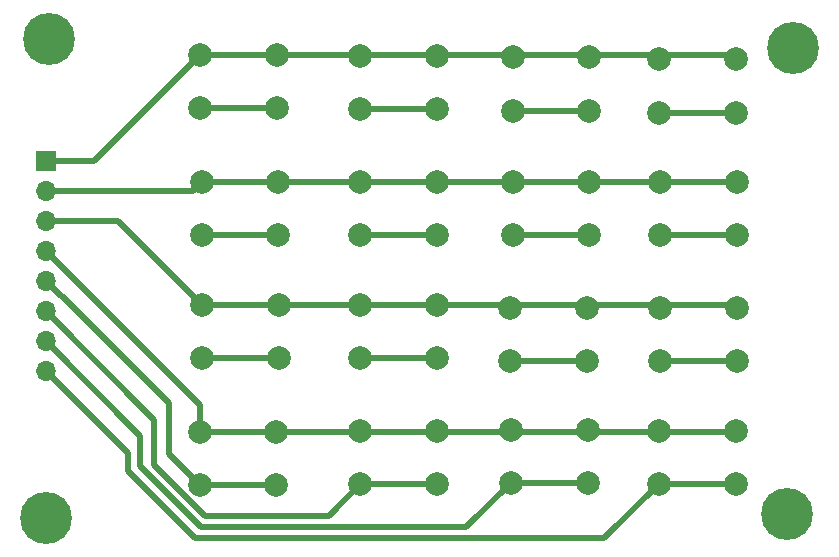
<source format=gbr>
%TF.GenerationSoftware,KiCad,Pcbnew,(5.1.6)-1*%
%TF.CreationDate,2020-07-27T17:31:04+02:00*%
%TF.ProjectId,16_buttons_keypad_board,31365f62-7574-4746-9f6e-735f6b657970,rev?*%
%TF.SameCoordinates,Original*%
%TF.FileFunction,Copper,L1,Top*%
%TF.FilePolarity,Positive*%
%FSLAX46Y46*%
G04 Gerber Fmt 4.6, Leading zero omitted, Abs format (unit mm)*
G04 Created by KiCad (PCBNEW (5.1.6)-1) date 2020-07-27 17:31:04*
%MOMM*%
%LPD*%
G01*
G04 APERTURE LIST*
%TA.AperFunction,ComponentPad*%
%ADD10C,4.400000*%
%TD*%
%TA.AperFunction,ComponentPad*%
%ADD11C,2.000000*%
%TD*%
%TA.AperFunction,ComponentPad*%
%ADD12O,1.700000X1.700000*%
%TD*%
%TA.AperFunction,ComponentPad*%
%ADD13R,1.700000X1.700000*%
%TD*%
%TA.AperFunction,Conductor*%
%ADD14C,0.500000*%
%TD*%
G04 APERTURE END LIST*
D10*
%TO.P,REF\u002A\u002A,1*%
%TO.N,N/C*%
X115800000Y-107375000D03*
%TD*%
%TO.P,REF\u002A\u002A,1*%
%TO.N,N/C*%
X116025000Y-66875000D03*
%TD*%
%TO.P,REF\u002A\u002A,1*%
%TO.N,N/C*%
X179075000Y-67600000D03*
%TD*%
%TO.P,REF\u002A\u002A,1*%
%TO.N,N/C*%
X178525000Y-107075000D03*
%TD*%
D11*
%TO.P,D,1*%
%TO.N,/R4*%
X174200000Y-100000000D03*
%TO.P,D,2*%
%TO.N,/C4*%
X174200000Y-104500000D03*
%TO.P,D,1*%
%TO.N,/R4*%
X167700000Y-100000000D03*
%TO.P,D,2*%
%TO.N,/C4*%
X167700000Y-104500000D03*
%TD*%
%TO.P,C,1*%
%TO.N,/R3*%
X174325000Y-89625000D03*
%TO.P,C,2*%
%TO.N,/C4*%
X174325000Y-94125000D03*
%TO.P,C,1*%
%TO.N,/R3*%
X167825000Y-89625000D03*
%TO.P,C,2*%
%TO.N,/C4*%
X167825000Y-94125000D03*
%TD*%
%TO.P,B,1*%
%TO.N,/R2*%
X174325000Y-78975000D03*
%TO.P,B,2*%
%TO.N,/C4*%
X174325000Y-83475000D03*
%TO.P,B,1*%
%TO.N,/R2*%
X167825000Y-78975000D03*
%TO.P,B,2*%
%TO.N,/C4*%
X167825000Y-83475000D03*
%TD*%
%TO.P,A,1*%
%TO.N,/R1*%
X174225000Y-68575000D03*
%TO.P,A,2*%
%TO.N,/C4*%
X174225000Y-73075000D03*
%TO.P,A,1*%
%TO.N,/R1*%
X167725000Y-68575000D03*
%TO.P,A,2*%
%TO.N,/C4*%
X167725000Y-73075000D03*
%TD*%
%TO.P,#,1*%
%TO.N,/R4*%
X161650000Y-99950000D03*
%TO.P,#,2*%
%TO.N,/C3*%
X161650000Y-104450000D03*
%TO.P,#,1*%
%TO.N,/R4*%
X155150000Y-99950000D03*
%TO.P,#,2*%
%TO.N,/C3*%
X155150000Y-104450000D03*
%TD*%
%TO.P,9,1*%
%TO.N,/R3*%
X161600000Y-89625000D03*
%TO.P,9,2*%
%TO.N,/C3*%
X161600000Y-94125000D03*
%TO.P,9,1*%
%TO.N,/R3*%
X155100000Y-89625000D03*
%TO.P,9,2*%
%TO.N,/C3*%
X155100000Y-94125000D03*
%TD*%
%TO.P,6,1*%
%TO.N,/R2*%
X161800000Y-78925000D03*
%TO.P,6,2*%
%TO.N,/C3*%
X161800000Y-83425000D03*
%TO.P,6,1*%
%TO.N,/R2*%
X155300000Y-78925000D03*
%TO.P,6,2*%
%TO.N,/C3*%
X155300000Y-83425000D03*
%TD*%
%TO.P,3,1*%
%TO.N,/R1*%
X161800000Y-68400000D03*
%TO.P,3,2*%
%TO.N,/C3*%
X161800000Y-72900000D03*
%TO.P,3,1*%
%TO.N,/R1*%
X155300000Y-68400000D03*
%TO.P,3,2*%
%TO.N,/C3*%
X155300000Y-72900000D03*
%TD*%
%TO.P,0,1*%
%TO.N,/R4*%
X148900000Y-100050000D03*
%TO.P,0,2*%
%TO.N,/C2*%
X148900000Y-104550000D03*
%TO.P,0,1*%
%TO.N,/R4*%
X142400000Y-100050000D03*
%TO.P,0,2*%
%TO.N,/C2*%
X142400000Y-104550000D03*
%TD*%
%TO.P,8,1*%
%TO.N,/R3*%
X148900000Y-89350000D03*
%TO.P,8,2*%
%TO.N,/C2*%
X148900000Y-93850000D03*
%TO.P,8,1*%
%TO.N,/R3*%
X142400000Y-89350000D03*
%TO.P,8,2*%
%TO.N,/C2*%
X142400000Y-93850000D03*
%TD*%
%TO.P,5,1*%
%TO.N,/R2*%
X148900000Y-78950000D03*
%TO.P,5,2*%
%TO.N,/C2*%
X148900000Y-83450000D03*
%TO.P,5,1*%
%TO.N,/R2*%
X142400000Y-78950000D03*
%TO.P,5,2*%
%TO.N,/C2*%
X142400000Y-83450000D03*
%TD*%
%TO.P,2,1*%
%TO.N,/R1*%
X148900000Y-68300000D03*
%TO.P,2,2*%
%TO.N,/C2*%
X148900000Y-72800000D03*
%TO.P,2,1*%
%TO.N,/R1*%
X142400000Y-68300000D03*
%TO.P,2,2*%
%TO.N,/C2*%
X142400000Y-72800000D03*
%TD*%
%TO.P,\u002A,1*%
%TO.N,/R4*%
X135300000Y-100075000D03*
%TO.P,\u002A,2*%
%TO.N,/C1*%
X135300000Y-104575000D03*
%TO.P,\u002A,1*%
%TO.N,/R4*%
X128800000Y-100075000D03*
%TO.P,\u002A,2*%
%TO.N,/C1*%
X128800000Y-104575000D03*
%TD*%
%TO.P,7,1*%
%TO.N,/R3*%
X135500000Y-89350000D03*
%TO.P,7,2*%
%TO.N,/C1*%
X135500000Y-93850000D03*
%TO.P,7,1*%
%TO.N,/R3*%
X129000000Y-89350000D03*
%TO.P,7,2*%
%TO.N,/C1*%
X129000000Y-93850000D03*
%TD*%
%TO.P,4,1*%
%TO.N,/R2*%
X135475000Y-78975000D03*
%TO.P,4,2*%
%TO.N,/C1*%
X135475000Y-83475000D03*
%TO.P,4,1*%
%TO.N,/R2*%
X128975000Y-78975000D03*
%TO.P,4,2*%
%TO.N,/C1*%
X128975000Y-83475000D03*
%TD*%
%TO.P,1,1*%
%TO.N,/R1*%
X135350000Y-68225000D03*
%TO.P,1,2*%
%TO.N,/C1*%
X135350000Y-72725000D03*
%TO.P,1,1*%
%TO.N,/R1*%
X128850000Y-68225000D03*
%TO.P,1,2*%
%TO.N,/C1*%
X128850000Y-72725000D03*
%TD*%
D12*
%TO.P,J1,8*%
%TO.N,/C4*%
X115775000Y-94955000D03*
%TO.P,J1,7*%
%TO.N,/C3*%
X115775000Y-92415000D03*
%TO.P,J1,6*%
%TO.N,/C2*%
X115775000Y-89875000D03*
%TO.P,J1,5*%
%TO.N,/C1*%
X115775000Y-87335000D03*
%TO.P,J1,4*%
%TO.N,/R4*%
X115775000Y-84795000D03*
%TO.P,J1,3*%
%TO.N,/R3*%
X115775000Y-82255000D03*
%TO.P,J1,2*%
%TO.N,/R2*%
X115775000Y-79715000D03*
D13*
%TO.P,J1,1*%
%TO.N,/R1*%
X115775000Y-77175000D03*
%TD*%
D14*
%TO.N,/C4*%
X174200000Y-104500000D02*
X167700000Y-104500000D01*
X174325000Y-94125000D02*
X167825000Y-94125000D01*
X174325000Y-83475000D02*
X167825000Y-83475000D01*
X174225000Y-73075000D02*
X167725000Y-73075000D01*
X115775000Y-94955000D02*
X122720000Y-101900000D01*
X122720000Y-101900000D02*
X122720000Y-103445000D01*
X122720000Y-103445000D02*
X128400000Y-109125000D01*
X163075000Y-109125000D02*
X167700000Y-104500000D01*
X128400000Y-109125000D02*
X163075000Y-109125000D01*
%TO.N,/C3*%
X161650000Y-104450000D02*
X155150000Y-104450000D01*
X161600000Y-94125000D02*
X155100000Y-94125000D01*
X161800000Y-72900000D02*
X155300000Y-72900000D01*
X161800000Y-83425000D02*
X155300000Y-83425000D01*
X115775000Y-92415000D02*
X123775000Y-100415000D01*
X123775000Y-100415000D02*
X123775000Y-103025000D01*
X123775000Y-103025000D02*
X128950000Y-108200000D01*
X151400000Y-108200000D02*
X155150000Y-104450000D01*
X128950000Y-108200000D02*
X151400000Y-108200000D01*
%TO.N,/C2*%
X148900000Y-104550000D02*
X142400000Y-104550000D01*
X148900000Y-93850000D02*
X142400000Y-93850000D01*
X148900000Y-72800000D02*
X142400000Y-72800000D01*
X148900000Y-83450000D02*
X142400000Y-83450000D01*
X139725000Y-107225000D02*
X142400000Y-104550000D01*
X124975000Y-102896002D02*
X129303998Y-107225000D01*
X115775000Y-89875000D02*
X124975000Y-99075000D01*
X129303998Y-107225000D02*
X139725000Y-107225000D01*
X124975000Y-99075000D02*
X124975000Y-102896002D01*
%TO.N,/C1*%
X135300000Y-104575000D02*
X128800000Y-104575000D01*
X135500000Y-93850000D02*
X129000000Y-93850000D01*
X135475000Y-83475000D02*
X128975000Y-83475000D01*
X135350000Y-72725000D02*
X128850000Y-72725000D01*
X117075001Y-88635001D02*
X117135001Y-88635001D01*
X115775000Y-87335000D02*
X117075001Y-88635001D01*
X117135001Y-88635001D02*
X126200000Y-97700000D01*
X126200000Y-101975000D02*
X128800000Y-104575000D01*
X126200000Y-97700000D02*
X126200000Y-101975000D01*
%TO.N,/R4*%
X174125000Y-100075000D02*
X174200000Y-100000000D01*
X128800000Y-100075000D02*
X174125000Y-100075000D01*
X128800000Y-97820000D02*
X128800000Y-100075000D01*
X115775000Y-84795000D02*
X128800000Y-97820000D01*
%TO.N,/R3*%
X174050000Y-89350000D02*
X174325000Y-89625000D01*
X129000000Y-89350000D02*
X174050000Y-89350000D01*
X121905000Y-82255000D02*
X129000000Y-89350000D01*
X115775000Y-82255000D02*
X121905000Y-82255000D01*
%TO.N,/R2*%
X128975000Y-78975000D02*
X174325000Y-78975000D01*
X128235000Y-79715000D02*
X128975000Y-78975000D01*
X115775000Y-79715000D02*
X128235000Y-79715000D01*
%TO.N,/R1*%
X119900000Y-77175000D02*
X128850000Y-68225000D01*
X115775000Y-77175000D02*
X119900000Y-77175000D01*
X173875000Y-68225000D02*
X174225000Y-68575000D01*
X128850000Y-68225000D02*
X173875000Y-68225000D01*
%TD*%
M02*

</source>
